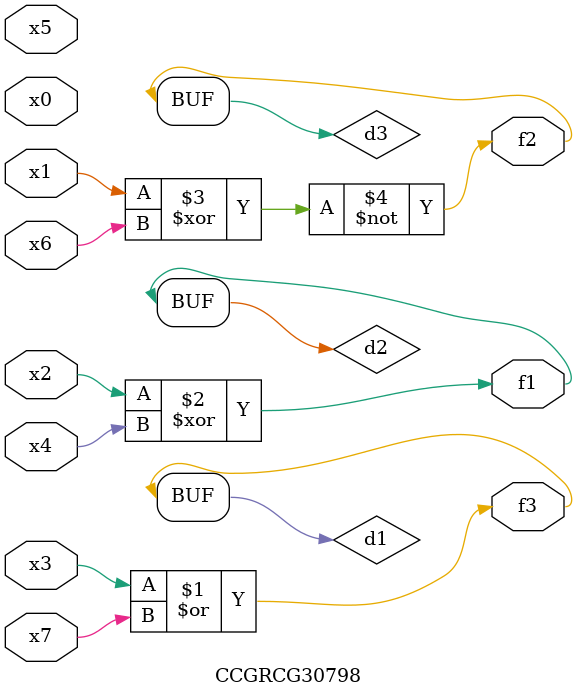
<source format=v>
module CCGRCG30798(
	input x0, x1, x2, x3, x4, x5, x6, x7,
	output f1, f2, f3
);

	wire d1, d2, d3;

	or (d1, x3, x7);
	xor (d2, x2, x4);
	xnor (d3, x1, x6);
	assign f1 = d2;
	assign f2 = d3;
	assign f3 = d1;
endmodule

</source>
